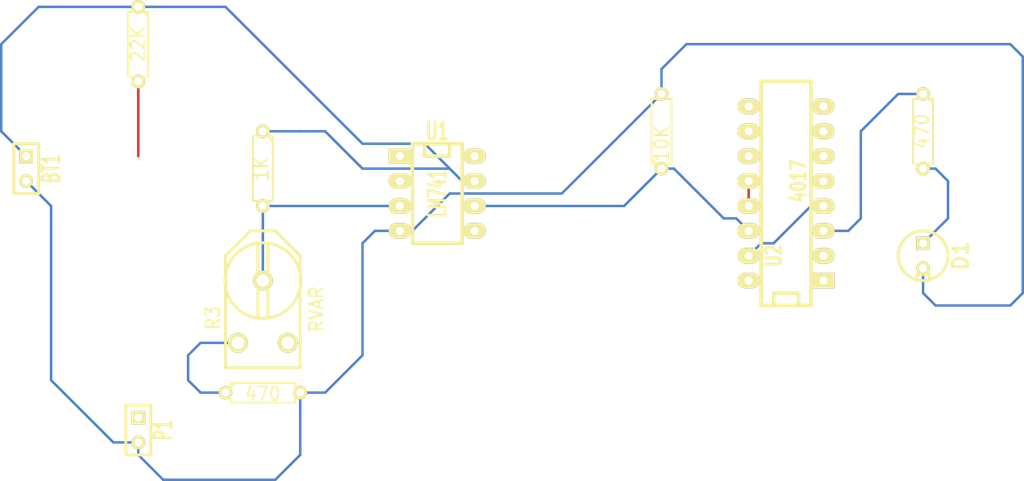
<source format=kicad_pcb>
(kicad_pcb (version 3) (host pcbnew "(2013-07-07 BZR 4022)-stable")

  (general
    (links 19)
    (no_connects 2)
    (area 130.81 86.36 229.87 128.27)
    (thickness 1.6)
    (drawings 0)
    (tracks 71)
    (zones 0)
    (modules 11)
    (nets 11)
  )

  (page A3)
  (layers
    (15 F.Cu signal)
    (0 B.Cu signal)
    (16 B.Adhes user)
    (17 F.Adhes user)
    (18 B.Paste user)
    (19 F.Paste user)
    (20 B.SilkS user)
    (21 F.SilkS user)
    (22 B.Mask user)
    (23 F.Mask user)
    (24 Dwgs.User user)
    (25 Cmts.User user)
    (26 Eco1.User user)
    (27 Eco2.User user)
    (28 Edge.Cuts user)
  )

  (setup
    (last_trace_width 0.254)
    (trace_clearance 0.254)
    (zone_clearance 0.508)
    (zone_45_only no)
    (trace_min 0.254)
    (segment_width 0.2)
    (edge_width 0.1)
    (via_size 0.889)
    (via_drill 0.635)
    (via_min_size 0.889)
    (via_min_drill 0.508)
    (uvia_size 0.508)
    (uvia_drill 0.127)
    (uvias_allowed no)
    (uvia_min_size 0.508)
    (uvia_min_drill 0.127)
    (pcb_text_width 0.3)
    (pcb_text_size 1.5 1.5)
    (mod_edge_width 0.15)
    (mod_text_size 1 1)
    (mod_text_width 0.15)
    (pad_size 1.5 1.5)
    (pad_drill 0.6)
    (pad_to_mask_clearance 0)
    (aux_axis_origin 0 0)
    (visible_elements FFFFFFBF)
    (pcbplotparams
      (layerselection 3178497)
      (usegerberextensions true)
      (excludeedgelayer true)
      (linewidth 0.150000)
      (plotframeref false)
      (viasonmask false)
      (mode 1)
      (useauxorigin false)
      (hpglpennumber 1)
      (hpglpenspeed 20)
      (hpglpendiameter 15)
      (hpglpenoverlay 2)
      (psnegative false)
      (psa4output false)
      (plotreference true)
      (plotvalue true)
      (plotothertext true)
      (plotinvisibletext false)
      (padsonsilk false)
      (subtractmaskfromsilk false)
      (outputformat 1)
      (mirror false)
      (drillshape 1)
      (scaleselection 1)
      (outputdirectory ""))
  )

  (net 0 "")
  (net 1 N-000001)
  (net 2 N-0000010)
  (net 3 N-0000012)
  (net 4 N-0000013)
  (net 5 N-0000014)
  (net 6 N-000002)
  (net 7 N-000003)
  (net 8 N-000004)
  (net 9 N-000008)
  (net 10 N-000009)

  (net_class Default "This is the default net class."
    (clearance 0.254)
    (trace_width 0.254)
    (via_dia 0.889)
    (via_drill 0.635)
    (uvia_dia 0.508)
    (uvia_drill 0.127)
    (add_net "")
    (add_net N-000001)
    (add_net N-0000010)
    (add_net N-0000012)
    (add_net N-0000013)
    (add_net N-0000014)
    (add_net N-000002)
    (add_net N-000003)
    (add_net N-000004)
    (add_net N-000008)
    (add_net N-000009)
  )

  (module SIL-2 (layer F.Cu) (tedit 200000) (tstamp 5A58B9F1)
    (at 144.78 130.81 270)
    (descr "Connecteurs 2 pins")
    (tags "CONN DEV")
    (path /5A577069)
    (fp_text reference P1 (at 0 -2.54 270) (layer F.SilkS)
      (effects (font (size 1.72974 1.08712) (thickness 0.3048)))
    )
    (fp_text value CONN_2 (at 0 -2.54 270) (layer F.SilkS) hide
      (effects (font (size 1.524 1.016) (thickness 0.3048)))
    )
    (fp_line (start -2.54 1.27) (end -2.54 -1.27) (layer F.SilkS) (width 0.3048))
    (fp_line (start -2.54 -1.27) (end 2.54 -1.27) (layer F.SilkS) (width 0.3048))
    (fp_line (start 2.54 -1.27) (end 2.54 1.27) (layer F.SilkS) (width 0.3048))
    (fp_line (start 2.54 1.27) (end -2.54 1.27) (layer F.SilkS) (width 0.3048))
    (pad 1 thru_hole rect (at -1.27 0 270) (size 1.397 1.397) (drill 0.8128)
      (layers *.Cu *.Mask F.SilkS)
      (net 9 N-000008)
    )
    (pad 2 thru_hole circle (at 1.27 0 270) (size 1.397 1.397) (drill 0.8128)
      (layers *.Cu *.Mask F.SilkS)
      (net 6 N-000002)
    )
  )

  (module SIL-2 (layer F.Cu) (tedit 200000) (tstamp 5A58B9FB)
    (at 133.35 104.14 270)
    (descr "Connecteurs 2 pins")
    (tags "CONN DEV")
    (path /5A577091)
    (fp_text reference BT1 (at 0 -2.54 270) (layer F.SilkS)
      (effects (font (size 1.72974 1.08712) (thickness 0.3048)))
    )
    (fp_text value BATTERY (at 0 -2.54 270) (layer F.SilkS) hide
      (effects (font (size 1.524 1.016) (thickness 0.3048)))
    )
    (fp_line (start -2.54 1.27) (end -2.54 -1.27) (layer F.SilkS) (width 0.3048))
    (fp_line (start -2.54 -1.27) (end 2.54 -1.27) (layer F.SilkS) (width 0.3048))
    (fp_line (start 2.54 -1.27) (end 2.54 1.27) (layer F.SilkS) (width 0.3048))
    (fp_line (start 2.54 1.27) (end -2.54 1.27) (layer F.SilkS) (width 0.3048))
    (pad 1 thru_hole rect (at -1.27 0 270) (size 1.397 1.397) (drill 0.8128)
      (layers *.Cu *.Mask F.SilkS)
      (net 4 N-0000013)
    )
    (pad 2 thru_hole circle (at 1.27 0 270) (size 1.397 1.397) (drill 0.8128)
      (layers *.Cu *.Mask F.SilkS)
      (net 6 N-000002)
    )
  )

  (module RV2X4 (layer F.Cu) (tedit 5A58BD34) (tstamp 5A58BD56)
    (at 157.48 116.84 90)
    (descr "Resistance variable / Potentiometre")
    (tags R)
    (path /5A576FFE)
    (fp_text reference R3 (at -2.54 -5.08 90) (layer F.SilkS)
      (effects (font (size 1.397 1.27) (thickness 0.2032)))
    )
    (fp_text value RVAR (at -1.651 5.461 90) (layer F.SilkS)
      (effects (font (size 1.397 1.27) (thickness 0.2032)))
    )
    (fp_line (start -7.62 -3.81) (end 3.81 -3.81) (layer F.SilkS) (width 0.3048))
    (fp_line (start 3.81 -3.81) (end 6.35 -1.27) (layer F.SilkS) (width 0.3048))
    (fp_line (start 6.35 -1.27) (end 6.35 1.27) (layer F.SilkS) (width 0.3048))
    (fp_line (start 6.35 1.27) (end 3.81 3.81) (layer F.SilkS) (width 0.3048))
    (fp_line (start 3.81 3.81) (end -7.62 3.81) (layer F.SilkS) (width 0.3048))
    (fp_line (start -7.62 3.81) (end -7.62 -3.81) (layer F.SilkS) (width 0.3048))
    (fp_line (start 0.762 -3.81) (end 1.905 -3.81) (layer F.SilkS) (width 0.3048))
    (fp_line (start 1.651 3.81) (end 0.762 3.81) (layer F.SilkS) (width 0.3048))
    (fp_line (start -2.54 -0.508) (end 4.953 -0.508) (layer F.SilkS) (width 0.3048))
    (fp_line (start -2.54 0.508) (end 4.953 0.508) (layer F.SilkS) (width 0.3048))
    (fp_circle (center 1.27 0) (end -2.54 -0.635) (layer F.SilkS) (width 0.3048))
    (pad 1 thru_hole circle (at 1.27 0 90) (size 2.032 2.032) (drill 1.27)
      (layers *.Cu *.Mask F.SilkS)
      (net 8 N-000004)
    )
    (pad 2 thru_hole circle (at -5.08 -2.54 90) (size 2.032 2.032) (drill 1.27)
      (layers *.Cu *.Mask F.SilkS)
      (net 1 N-000001)
    )
    (pad 3 thru_hole circle (at -5.08 2.54 90) (size 2.032 2.032) (drill 1.27)
      (layers *.Cu *.Mask F.SilkS)
    )
    (model discret/adjustable_rx2v4.wrl
      (at (xyz 0 0 0))
      (scale (xyz 1 1 1))
      (rotate (xyz 0 0 0))
    )
  )

  (module R3 (layer F.Cu) (tedit 5A58BAA4) (tstamp 5A58BA1B)
    (at 144.78 91.44 270)
    (descr "Resitance 3 pas")
    (tags R)
    (path /5A576FB7)
    (autoplace_cost180 10)
    (fp_text reference R1 (at 0 0.127 270) (layer F.SilkS) hide
      (effects (font (size 1.397 1.27) (thickness 0.2032)))
    )
    (fp_text value 22K (at 0 0 270) (layer F.SilkS)
      (effects (font (size 1.397 1.27) (thickness 0.2032)))
    )
    (fp_line (start -3.81 0) (end -3.302 0) (layer F.SilkS) (width 0.2032))
    (fp_line (start 3.81 0) (end 3.302 0) (layer F.SilkS) (width 0.2032))
    (fp_line (start 3.302 0) (end 3.302 -1.016) (layer F.SilkS) (width 0.2032))
    (fp_line (start 3.302 -1.016) (end -3.302 -1.016) (layer F.SilkS) (width 0.2032))
    (fp_line (start -3.302 -1.016) (end -3.302 1.016) (layer F.SilkS) (width 0.2032))
    (fp_line (start -3.302 1.016) (end 3.302 1.016) (layer F.SilkS) (width 0.2032))
    (fp_line (start 3.302 1.016) (end 3.302 0) (layer F.SilkS) (width 0.2032))
    (fp_line (start -3.302 -0.508) (end -2.794 -1.016) (layer F.SilkS) (width 0.2032))
    (pad 1 thru_hole circle (at -3.81 0 270) (size 1.397 1.397) (drill 0.8128)
      (layers *.Cu *.Mask F.SilkS)
      (net 4 N-0000013)
    )
    (pad 2 thru_hole circle (at 3.81 0 270) (size 1.397 1.397) (drill 0.8128)
      (layers *.Cu *.Mask F.SilkS)
      (net 9 N-000008)
    )
    (model discret/resistor.wrl
      (at (xyz 0 0 0))
      (scale (xyz 0.3 0.3 0.3))
      (rotate (xyz 0 0 0))
    )
  )

  (module R3 (layer F.Cu) (tedit 4E4C0E65) (tstamp 5A58BDCA)
    (at 157.48 104.14 270)
    (descr "Resitance 3 pas")
    (tags R)
    (path /5A576FC6)
    (autoplace_cost180 10)
    (fp_text reference R2 (at 0 0.127 270) (layer F.SilkS) hide
      (effects (font (size 1.397 1.27) (thickness 0.2032)))
    )
    (fp_text value 1K (at 0 0.127 270) (layer F.SilkS)
      (effects (font (size 1.397 1.27) (thickness 0.2032)))
    )
    (fp_line (start -3.81 0) (end -3.302 0) (layer F.SilkS) (width 0.2032))
    (fp_line (start 3.81 0) (end 3.302 0) (layer F.SilkS) (width 0.2032))
    (fp_line (start 3.302 0) (end 3.302 -1.016) (layer F.SilkS) (width 0.2032))
    (fp_line (start 3.302 -1.016) (end -3.302 -1.016) (layer F.SilkS) (width 0.2032))
    (fp_line (start -3.302 -1.016) (end -3.302 1.016) (layer F.SilkS) (width 0.2032))
    (fp_line (start -3.302 1.016) (end 3.302 1.016) (layer F.SilkS) (width 0.2032))
    (fp_line (start 3.302 1.016) (end 3.302 0) (layer F.SilkS) (width 0.2032))
    (fp_line (start -3.302 -0.508) (end -2.794 -1.016) (layer F.SilkS) (width 0.2032))
    (pad 1 thru_hole circle (at -3.81 0 270) (size 1.397 1.397) (drill 0.8128)
      (layers *.Cu *.Mask F.SilkS)
      (net 4 N-0000013)
    )
    (pad 2 thru_hole circle (at 3.81 0 270) (size 1.397 1.397) (drill 0.8128)
      (layers *.Cu *.Mask F.SilkS)
      (net 8 N-000004)
    )
    (model discret/resistor.wrl
      (at (xyz 0 0 0))
      (scale (xyz 0.3 0.3 0.3))
      (rotate (xyz 0 0 0))
    )
  )

  (module R3 (layer F.Cu) (tedit 4E4C0E65) (tstamp 5A58BA37)
    (at 157.48 127)
    (descr "Resitance 3 pas")
    (tags R)
    (path /5A576FD8)
    (autoplace_cost180 10)
    (fp_text reference R4 (at 0 0.127) (layer F.SilkS) hide
      (effects (font (size 1.397 1.27) (thickness 0.2032)))
    )
    (fp_text value 470 (at 0 0.127) (layer F.SilkS)
      (effects (font (size 1.397 1.27) (thickness 0.2032)))
    )
    (fp_line (start -3.81 0) (end -3.302 0) (layer F.SilkS) (width 0.2032))
    (fp_line (start 3.81 0) (end 3.302 0) (layer F.SilkS) (width 0.2032))
    (fp_line (start 3.302 0) (end 3.302 -1.016) (layer F.SilkS) (width 0.2032))
    (fp_line (start 3.302 -1.016) (end -3.302 -1.016) (layer F.SilkS) (width 0.2032))
    (fp_line (start -3.302 -1.016) (end -3.302 1.016) (layer F.SilkS) (width 0.2032))
    (fp_line (start -3.302 1.016) (end 3.302 1.016) (layer F.SilkS) (width 0.2032))
    (fp_line (start 3.302 1.016) (end 3.302 0) (layer F.SilkS) (width 0.2032))
    (fp_line (start -3.302 -0.508) (end -2.794 -1.016) (layer F.SilkS) (width 0.2032))
    (pad 1 thru_hole circle (at -3.81 0) (size 1.397 1.397) (drill 0.8128)
      (layers *.Cu *.Mask F.SilkS)
      (net 1 N-000001)
    )
    (pad 2 thru_hole circle (at 3.81 0) (size 1.397 1.397) (drill 0.8128)
      (layers *.Cu *.Mask F.SilkS)
      (net 6 N-000002)
    )
    (model discret/resistor.wrl
      (at (xyz 0 0 0))
      (scale (xyz 0.3 0.3 0.3))
      (rotate (xyz 0 0 0))
    )
  )

  (module R3 (layer F.Cu) (tedit 5A58BB42) (tstamp 5A58BD30)
    (at 198.12 100.33 90)
    (descr "Resitance 3 pas")
    (tags R)
    (path /5A576FEF)
    (autoplace_cost180 10)
    (fp_text reference R5 (at 0 0.127 90) (layer F.SilkS) hide
      (effects (font (size 1.397 1.27) (thickness 0.2032)))
    )
    (fp_text value 10K (at -1.27 0 90) (layer F.SilkS)
      (effects (font (size 1.397 1.27) (thickness 0.2032)))
    )
    (fp_line (start -3.81 0) (end -3.302 0) (layer F.SilkS) (width 0.2032))
    (fp_line (start 3.81 0) (end 3.302 0) (layer F.SilkS) (width 0.2032))
    (fp_line (start 3.302 0) (end 3.302 -1.016) (layer F.SilkS) (width 0.2032))
    (fp_line (start 3.302 -1.016) (end -3.302 -1.016) (layer F.SilkS) (width 0.2032))
    (fp_line (start -3.302 -1.016) (end -3.302 1.016) (layer F.SilkS) (width 0.2032))
    (fp_line (start -3.302 1.016) (end 3.302 1.016) (layer F.SilkS) (width 0.2032))
    (fp_line (start 3.302 1.016) (end 3.302 0) (layer F.SilkS) (width 0.2032))
    (fp_line (start -3.302 -0.508) (end -2.794 -1.016) (layer F.SilkS) (width 0.2032))
    (pad 1 thru_hole circle (at -3.81 0 90) (size 1.397 1.397) (drill 0.8128)
      (layers *.Cu *.Mask F.SilkS)
      (net 5 N-0000014)
    )
    (pad 2 thru_hole circle (at 3.81 0 90) (size 1.397 1.397) (drill 0.8128)
      (layers *.Cu *.Mask F.SilkS)
      (net 6 N-000002)
    )
    (model discret/resistor.wrl
      (at (xyz 0 0 0))
      (scale (xyz 0.3 0.3 0.3))
      (rotate (xyz 0 0 0))
    )
  )

  (module R3 (layer F.Cu) (tedit 4E4C0E65) (tstamp 5A58BA53)
    (at 224.79 100.33 270)
    (descr "Resitance 3 pas")
    (tags R)
    (path /5A57700B)
    (autoplace_cost180 10)
    (fp_text reference R6 (at 0 0.127 270) (layer F.SilkS) hide
      (effects (font (size 1.397 1.27) (thickness 0.2032)))
    )
    (fp_text value 470 (at 0 0.127 270) (layer F.SilkS)
      (effects (font (size 1.397 1.27) (thickness 0.2032)))
    )
    (fp_line (start -3.81 0) (end -3.302 0) (layer F.SilkS) (width 0.2032))
    (fp_line (start 3.81 0) (end 3.302 0) (layer F.SilkS) (width 0.2032))
    (fp_line (start 3.302 0) (end 3.302 -1.016) (layer F.SilkS) (width 0.2032))
    (fp_line (start 3.302 -1.016) (end -3.302 -1.016) (layer F.SilkS) (width 0.2032))
    (fp_line (start -3.302 -1.016) (end -3.302 1.016) (layer F.SilkS) (width 0.2032))
    (fp_line (start -3.302 1.016) (end 3.302 1.016) (layer F.SilkS) (width 0.2032))
    (fp_line (start 3.302 1.016) (end 3.302 0) (layer F.SilkS) (width 0.2032))
    (fp_line (start -3.302 -0.508) (end -2.794 -1.016) (layer F.SilkS) (width 0.2032))
    (pad 1 thru_hole circle (at -3.81 0 270) (size 1.397 1.397) (drill 0.8128)
      (layers *.Cu *.Mask F.SilkS)
      (net 10 N-000009)
    )
    (pad 2 thru_hole circle (at 3.81 0 270) (size 1.397 1.397) (drill 0.8128)
      (layers *.Cu *.Mask F.SilkS)
      (net 7 N-000003)
    )
    (model discret/resistor.wrl
      (at (xyz 0 0 0))
      (scale (xyz 0.3 0.3 0.3))
      (rotate (xyz 0 0 0))
    )
  )

  (module LEDV (layer F.Cu) (tedit 200000) (tstamp 5A58BA5D)
    (at 224.79 113.03 270)
    (descr "Led verticale diam 6mm")
    (tags "LED DEV")
    (path /5A5770D2)
    (fp_text reference D1 (at 0 -3.81 270) (layer F.SilkS)
      (effects (font (size 1.524 1.524) (thickness 0.3048)))
    )
    (fp_text value LED (at 0 -3.81 270) (layer F.SilkS) hide
      (effects (font (size 1.524 1.524) (thickness 0.3048)))
    )
    (fp_circle (center 0 0) (end -2.54 0) (layer F.SilkS) (width 0.3048))
    (fp_line (start 2.54 -0.635) (end 1.905 -0.635) (layer F.SilkS) (width 0.3048))
    (fp_line (start 1.905 -0.635) (end 1.905 0.635) (layer F.SilkS) (width 0.3048))
    (fp_line (start 1.905 0.635) (end 2.54 0.635) (layer F.SilkS) (width 0.3048))
    (pad 1 thru_hole rect (at -1.27 0 270) (size 1.397 1.397) (drill 0.8128)
      (layers *.Cu *.Mask F.SilkS)
      (net 7 N-000003)
    )
    (pad 2 thru_hole circle (at 1.27 0 270) (size 1.397 1.397) (drill 0.8128)
      (layers *.Cu *.Mask F.SilkS)
      (net 6 N-000002)
    )
    (model discret/led5_vertical.wrl
      (at (xyz 0 0 0))
      (scale (xyz 1 1 1))
      (rotate (xyz 0 0 0))
    )
  )

  (module DIP-8__300_ELL (layer F.Cu) (tedit 5A58BB26) (tstamp 5A58BA70)
    (at 175.26 106.68 270)
    (descr "8 pins DIL package, elliptical pads")
    (tags DIL)
    (path /5A577028)
    (fp_text reference U1 (at -6.35 0 360) (layer F.SilkS)
      (effects (font (size 1.778 1.143) (thickness 0.3048)))
    )
    (fp_text value LM741 (at 0 0 270) (layer F.SilkS)
      (effects (font (size 1.778 1.016) (thickness 0.3048)))
    )
    (fp_line (start -5.08 -1.27) (end -3.81 -1.27) (layer F.SilkS) (width 0.381))
    (fp_line (start -3.81 -1.27) (end -3.81 1.27) (layer F.SilkS) (width 0.381))
    (fp_line (start -3.81 1.27) (end -5.08 1.27) (layer F.SilkS) (width 0.381))
    (fp_line (start -5.08 -2.54) (end 5.08 -2.54) (layer F.SilkS) (width 0.381))
    (fp_line (start 5.08 -2.54) (end 5.08 2.54) (layer F.SilkS) (width 0.381))
    (fp_line (start 5.08 2.54) (end -5.08 2.54) (layer F.SilkS) (width 0.381))
    (fp_line (start -5.08 2.54) (end -5.08 -2.54) (layer F.SilkS) (width 0.381))
    (pad 1 thru_hole rect (at -3.81 3.81 270) (size 1.5748 2.286) (drill 0.8128)
      (layers *.Cu *.Mask F.SilkS)
    )
    (pad 2 thru_hole oval (at -1.27 3.81 270) (size 1.5748 2.286) (drill 0.8128)
      (layers *.Cu *.Mask F.SilkS)
      (net 9 N-000008)
    )
    (pad 3 thru_hole oval (at 1.27 3.81 270) (size 1.5748 2.286) (drill 0.8128)
      (layers *.Cu *.Mask F.SilkS)
      (net 8 N-000004)
    )
    (pad 4 thru_hole oval (at 3.81 3.81 270) (size 1.5748 2.286) (drill 0.8128)
      (layers *.Cu *.Mask F.SilkS)
      (net 6 N-000002)
    )
    (pad 5 thru_hole oval (at 3.81 -3.81 270) (size 1.5748 2.286) (drill 0.8128)
      (layers *.Cu *.Mask F.SilkS)
    )
    (pad 6 thru_hole oval (at 1.27 -3.81 270) (size 1.5748 2.286) (drill 0.8128)
      (layers *.Cu *.Mask F.SilkS)
      (net 5 N-0000014)
    )
    (pad 7 thru_hole oval (at -1.27 -3.81 270) (size 1.5748 2.286) (drill 0.8128)
      (layers *.Cu *.Mask F.SilkS)
      (net 4 N-0000013)
    )
    (pad 8 thru_hole oval (at -3.81 -3.81 270) (size 1.5748 2.286) (drill 0.8128)
      (layers *.Cu *.Mask F.SilkS)
    )
    (model dil/dil_8.wrl
      (at (xyz 0 0 0))
      (scale (xyz 1 1 1))
      (rotate (xyz 0 0 0))
    )
  )

  (module DIP-16__300_ELL (layer F.Cu) (tedit 200000) (tstamp 5A58BA8C)
    (at 210.82 106.68 90)
    (descr "16 pins DIL package, elliptical pads")
    (tags DIL)
    (path /5A577016)
    (fp_text reference U2 (at -6.35 -1.27 90) (layer F.SilkS)
      (effects (font (size 1.524 1.143) (thickness 0.3048)))
    )
    (fp_text value 4017 (at 1.27 1.27 90) (layer F.SilkS)
      (effects (font (size 1.524 1.143) (thickness 0.3048)))
    )
    (fp_line (start -11.43 -1.27) (end -11.43 -1.27) (layer F.SilkS) (width 0.381))
    (fp_line (start -11.43 -1.27) (end -10.16 -1.27) (layer F.SilkS) (width 0.381))
    (fp_line (start -10.16 -1.27) (end -10.16 1.27) (layer F.SilkS) (width 0.381))
    (fp_line (start -10.16 1.27) (end -11.43 1.27) (layer F.SilkS) (width 0.381))
    (fp_line (start -11.43 -2.54) (end 11.43 -2.54) (layer F.SilkS) (width 0.381))
    (fp_line (start 11.43 -2.54) (end 11.43 2.54) (layer F.SilkS) (width 0.381))
    (fp_line (start 11.43 2.54) (end -11.43 2.54) (layer F.SilkS) (width 0.381))
    (fp_line (start -11.43 2.54) (end -11.43 -2.54) (layer F.SilkS) (width 0.381))
    (pad 1 thru_hole rect (at -8.89 3.81 90) (size 1.5748 2.286) (drill 0.8128)
      (layers *.Cu *.Mask F.SilkS)
    )
    (pad 2 thru_hole oval (at -6.35 3.81 90) (size 1.5748 2.286) (drill 0.8128)
      (layers *.Cu *.Mask F.SilkS)
    )
    (pad 3 thru_hole oval (at -3.81 3.81 90) (size 1.5748 2.286) (drill 0.8128)
      (layers *.Cu *.Mask F.SilkS)
      (net 10 N-000009)
    )
    (pad 4 thru_hole oval (at -1.27 3.81 90) (size 1.5748 2.286) (drill 0.8128)
      (layers *.Cu *.Mask F.SilkS)
      (net 2 N-0000010)
    )
    (pad 5 thru_hole oval (at 1.27 3.81 90) (size 1.5748 2.286) (drill 0.8128)
      (layers *.Cu *.Mask F.SilkS)
    )
    (pad 6 thru_hole oval (at 3.81 3.81 90) (size 1.5748 2.286) (drill 0.8128)
      (layers *.Cu *.Mask F.SilkS)
    )
    (pad 7 thru_hole oval (at 6.35 3.81 90) (size 1.5748 2.286) (drill 0.8128)
      (layers *.Cu *.Mask F.SilkS)
    )
    (pad 8 thru_hole oval (at 8.89 3.81 90) (size 1.5748 2.286) (drill 0.8128)
      (layers *.Cu *.Mask F.SilkS)
    )
    (pad 9 thru_hole oval (at 8.89 -3.81 90) (size 1.5748 2.286) (drill 0.8128)
      (layers *.Cu *.Mask F.SilkS)
    )
    (pad 10 thru_hole oval (at 6.35 -3.81 90) (size 1.5748 2.286) (drill 0.8128)
      (layers *.Cu *.Mask F.SilkS)
    )
    (pad 11 thru_hole oval (at 3.81 -3.81 90) (size 1.5748 2.286) (drill 0.8128)
      (layers *.Cu *.Mask F.SilkS)
    )
    (pad 12 thru_hole oval (at 1.27 -3.81 90) (size 1.5748 2.286) (drill 0.8128)
      (layers *.Cu *.Mask F.SilkS)
      (net 3 N-0000012)
    )
    (pad 13 thru_hole oval (at -1.27 -3.81 90) (size 1.5748 2.286) (drill 0.8128)
      (layers *.Cu *.Mask F.SilkS)
      (net 3 N-0000012)
    )
    (pad 14 thru_hole oval (at -3.81 -3.81 90) (size 1.5748 2.286) (drill 0.8128)
      (layers *.Cu *.Mask F.SilkS)
      (net 5 N-0000014)
    )
    (pad 15 thru_hole oval (at -6.35 -3.81 90) (size 1.5748 2.286) (drill 0.8128)
      (layers *.Cu *.Mask F.SilkS)
      (net 2 N-0000010)
    )
    (pad 16 thru_hole oval (at -8.89 -3.81 90) (size 1.5748 2.286) (drill 0.8128)
      (layers *.Cu *.Mask F.SilkS)
    )
    (model dil/dil_16.wrl
      (at (xyz 0 0 0))
      (scale (xyz 1 1 1))
      (rotate (xyz 0 0 0))
    )
  )

  (segment (start 153.67 127) (end 151.13 127) (width 0.254) (layer B.Cu) (net 1))
  (segment (start 151.13 121.92) (end 154.94 121.92) (width 0.254) (layer B.Cu) (net 1) (tstamp 5A58BF2E))
  (segment (start 149.86 123.19) (end 151.13 121.92) (width 0.254) (layer B.Cu) (net 1) (tstamp 5A58BF2A))
  (segment (start 149.86 125.73) (end 149.86 123.19) (width 0.254) (layer B.Cu) (net 1) (tstamp 5A58BF28))
  (segment (start 151.13 127) (end 149.86 125.73) (width 0.254) (layer B.Cu) (net 1) (tstamp 5A58BF25))
  (segment (start 207.01 113.03) (end 208.28 111.76) (width 0.254) (layer B.Cu) (net 2) (status 80000))
  (segment (start 208.28 111.76) (end 209.55 111.76) (width 0.254) (layer B.Cu) (net 2) (status 80000))
  (segment (start 209.55 111.76) (end 213.36 107.95) (width 0.254) (layer B.Cu) (net 2) (status 80000))
  (segment (start 213.36 107.95) (end 214.63 107.95) (width 0.254) (layer B.Cu) (net 2) (status 80000))
  (segment (start 207.01 107.95) (end 207.01 105.41) (width 0.254) (layer F.Cu) (net 3) (status 80000))
  (segment (start 157.48 100.33) (end 161.29 100.33) (width 0.254) (layer B.Cu) (net 4) (status 400000))
  (segment (start 167.64 104.14) (end 176.53 104.14) (width 0.254) (layer B.Cu) (net 4) (tstamp 5A58C285))
  (segment (start 163.83 100.33) (end 167.64 104.14) (width 0.254) (layer B.Cu) (net 4) (tstamp 5A58C1DF))
  (segment (start 161.29 100.33) (end 163.83 100.33) (width 0.254) (layer B.Cu) (net 4) (tstamp 5A58C1DA))
  (segment (start 133.35 102.87) (end 130.81 100.33) (width 0.254) (layer B.Cu) (net 4))
  (segment (start 134.62 87.63) (end 144.78 87.63) (width 0.254) (layer B.Cu) (net 4) (tstamp 5A58BE45))
  (segment (start 130.81 91.44) (end 134.62 87.63) (width 0.254) (layer B.Cu) (net 4) (tstamp 5A58BE42))
  (segment (start 130.81 100.33) (end 130.81 91.44) (width 0.254) (layer B.Cu) (net 4) (tstamp 5A58BE3E))
  (segment (start 153.67 87.63) (end 167.64 101.6) (width 0.254) (layer B.Cu) (net 4) (status 80000))
  (segment (start 167.64 101.6) (end 173.99 101.6) (width 0.254) (layer B.Cu) (net 4) (status 80000))
  (segment (start 173.99 101.6) (end 176.53 104.14) (width 0.254) (layer B.Cu) (net 4) (status 80000))
  (segment (start 176.53 104.14) (end 177.8 105.41) (width 0.254) (layer B.Cu) (net 4) (tstamp 5A58C2C1) (status 80000))
  (segment (start 177.8 105.41) (end 179.07 105.41) (width 0.254) (layer B.Cu) (net 4) (status 80000))
  (segment (start 144.78 87.63) (end 153.67 87.63) (width 0.254) (layer B.Cu) (net 4) (status 80000))
  (segment (start 207.01 110.49) (end 205.74 109.22) (width 0.254) (layer B.Cu) (net 5) (status 80000))
  (segment (start 205.74 109.22) (end 204.47 109.22) (width 0.254) (layer B.Cu) (net 5) (status 80000))
  (segment (start 204.47 109.22) (end 199.39 104.14) (width 0.254) (layer B.Cu) (net 5) (status 80000))
  (segment (start 199.39 104.14) (end 198.12 104.14) (width 0.254) (layer B.Cu) (net 5) (status 80000))
  (segment (start 198.12 104.14) (end 194.31 107.95) (width 0.254) (layer B.Cu) (net 5) (status 80000))
  (segment (start 194.31 107.95) (end 179.07 107.95) (width 0.254) (layer B.Cu) (net 5) (status 80000))
  (segment (start 144.78 132.08) (end 142.24 132.08) (width 0.254) (layer B.Cu) (net 6) (status 400000))
  (segment (start 135.89 107.95) (end 133.35 105.41) (width 0.254) (layer B.Cu) (net 6) (tstamp 5A58C1A5) (status 800000))
  (segment (start 135.89 125.73) (end 135.89 107.95) (width 0.254) (layer B.Cu) (net 6) (tstamp 5A58C1A0))
  (segment (start 142.24 132.08) (end 135.89 125.73) (width 0.254) (layer B.Cu) (net 6) (tstamp 5A58C19B))
  (segment (start 144.78 132.08) (end 144.78 133.35) (width 0.254) (layer B.Cu) (net 6) (status 400000))
  (segment (start 161.29 133.35) (end 161.29 127) (width 0.254) (layer B.Cu) (net 6) (tstamp 5A58C195) (status 800000))
  (segment (start 158.75 135.89) (end 161.29 133.35) (width 0.254) (layer B.Cu) (net 6) (tstamp 5A58C191))
  (segment (start 147.32 135.89) (end 158.75 135.89) (width 0.254) (layer B.Cu) (net 6) (tstamp 5A58C18D))
  (segment (start 144.78 133.35) (end 147.32 135.89) (width 0.254) (layer B.Cu) (net 6) (tstamp 5A58C189))
  (segment (start 161.29 127) (end 163.83 127) (width 0.254) (layer B.Cu) (net 6))
  (segment (start 168.91 110.49) (end 171.45 110.49) (width 0.254) (layer B.Cu) (net 6) (tstamp 5A58BE94))
  (segment (start 167.64 111.76) (end 168.91 110.49) (width 0.254) (layer B.Cu) (net 6) (tstamp 5A58BE8F))
  (segment (start 167.64 123.19) (end 167.64 111.76) (width 0.254) (layer B.Cu) (net 6) (tstamp 5A58BE8C))
  (segment (start 163.83 127) (end 167.64 123.19) (width 0.254) (layer B.Cu) (net 6) (tstamp 5A58BE89))
  (segment (start 224.79 114.3) (end 224.79 116.84) (width 0.254) (layer B.Cu) (net 6))
  (segment (start 198.12 93.98) (end 198.12 96.52) (width 0.254) (layer B.Cu) (net 6) (tstamp 5A58BDDA))
  (segment (start 200.66 91.44) (end 198.12 93.98) (width 0.254) (layer B.Cu) (net 6) (tstamp 5A58BDD9))
  (segment (start 203.2 91.44) (end 200.66 91.44) (width 0.254) (layer B.Cu) (net 6) (tstamp 5A58BDD8))
  (segment (start 233.68 91.44) (end 203.2 91.44) (width 0.254) (layer B.Cu) (net 6) (tstamp 5A58BDD7))
  (segment (start 234.95 92.71) (end 233.68 91.44) (width 0.254) (layer B.Cu) (net 6) (tstamp 5A58BDD6))
  (segment (start 234.95 95.25) (end 234.95 92.71) (width 0.254) (layer B.Cu) (net 6) (tstamp 5A58BDD4))
  (segment (start 234.95 116.84) (end 234.95 95.25) (width 0.254) (layer B.Cu) (net 6) (tstamp 5A58BDD3))
  (segment (start 233.68 118.11) (end 234.95 116.84) (width 0.254) (layer B.Cu) (net 6) (tstamp 5A58BDD2))
  (segment (start 226.06 118.11) (end 233.68 118.11) (width 0.254) (layer B.Cu) (net 6) (tstamp 5A58BDD0))
  (segment (start 224.79 116.84) (end 226.06 118.11) (width 0.254) (layer B.Cu) (net 6) (tstamp 5A58BDCE))
  (segment (start 198.12 96.52) (end 187.96 106.68) (width 0.254) (layer B.Cu) (net 6) (status 80000))
  (segment (start 187.96 106.68) (end 176.53 106.68) (width 0.254) (layer B.Cu) (net 6) (status 80000))
  (segment (start 176.53 106.68) (end 172.72 110.49) (width 0.254) (layer B.Cu) (net 6) (status 80000))
  (segment (start 172.72 110.49) (end 171.45 110.49) (width 0.254) (layer B.Cu) (net 6) (status 80000))
  (segment (start 224.79 104.14) (end 226.06 104.14) (width 0.254) (layer B.Cu) (net 7))
  (segment (start 227.33 109.22) (end 224.79 111.76) (width 0.254) (layer B.Cu) (net 7) (tstamp 5A58BDE6))
  (segment (start 227.33 105.41) (end 227.33 109.22) (width 0.254) (layer B.Cu) (net 7) (tstamp 5A58BDE4))
  (segment (start 226.06 104.14) (end 227.33 105.41) (width 0.254) (layer B.Cu) (net 7) (tstamp 5A58BDE2))
  (segment (start 157.48 107.95) (end 171.45 107.95) (width 0.254) (layer B.Cu) (net 8) (status C00000))
  (segment (start 157.48 115.57) (end 157.48 107.95) (width 0.254) (layer B.Cu) (net 8) (status C00000))
  (segment (start 144.78 102.87) (end 144.78 95.25) (width 0.254) (layer F.Cu) (net 9) (status 80000))
  (segment (start 218.44 100.33) (end 218.44 109.22) (width 0.254) (layer B.Cu) (net 10) (tstamp 5A58BC60))
  (segment (start 222.25 96.52) (end 218.44 100.33) (width 0.254) (layer B.Cu) (net 10) (tstamp 5A58BC5E))
  (segment (start 224.79 96.52) (end 222.25 96.52) (width 0.254) (layer B.Cu) (net 10))
  (segment (start 217.17 110.49) (end 214.63 110.49) (width 0.254) (layer B.Cu) (net 10) (tstamp 5A58BC64))
  (segment (start 218.44 109.22) (end 217.17 110.49) (width 0.254) (layer B.Cu) (net 10) (tstamp 5A58BC62))

)

</source>
